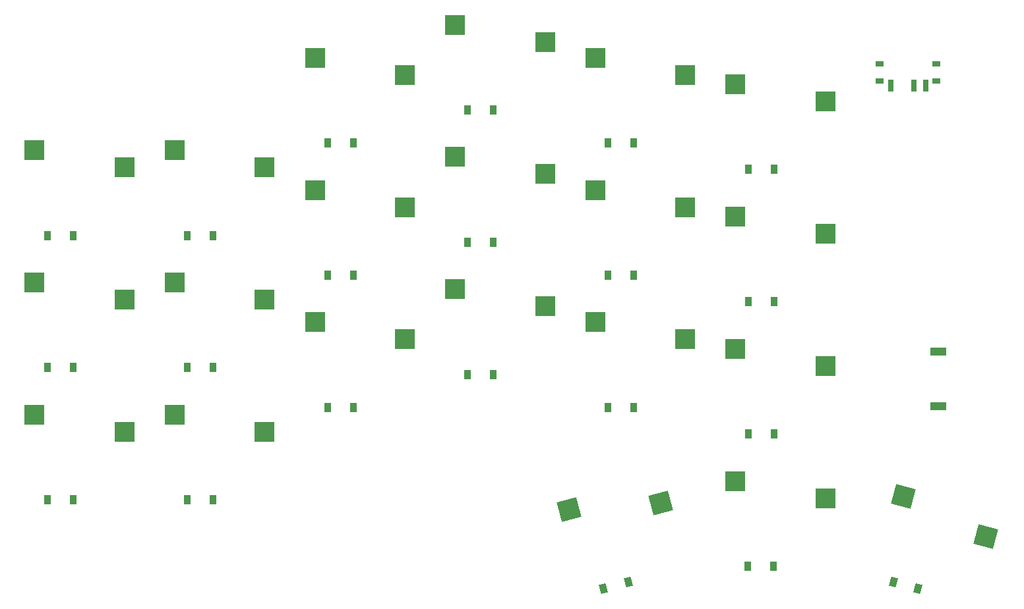
<source format=gbr>
%TF.GenerationSoftware,KiCad,Pcbnew,(6.0.4)*%
%TF.CreationDate,2022-07-03T12:25:36-07:00*%
%TF.ProjectId,danns87_corne_custom,64616e6e-7338-4375-9f63-6f726e655f63,v1.0.0*%
%TF.SameCoordinates,Original*%
%TF.FileFunction,Paste,Bot*%
%TF.FilePolarity,Positive*%
%FSLAX46Y46*%
G04 Gerber Fmt 4.6, Leading zero omitted, Abs format (unit mm)*
G04 Created by KiCad (PCBNEW (6.0.4)) date 2022-07-03 12:25:36*
%MOMM*%
%LPD*%
G01*
G04 APERTURE LIST*
G04 Aperture macros list*
%AMRotRect*
0 Rectangle, with rotation*
0 The origin of the aperture is its center*
0 $1 length*
0 $2 width*
0 $3 Rotation angle, in degrees counterclockwise*
0 Add horizontal line*
21,1,$1,$2,0,0,$3*%
G04 Aperture macros list end*
%ADD10R,0.900000X1.200000*%
%ADD11R,2.600000X2.600000*%
%ADD12R,2.000000X1.000000*%
%ADD13R,1.000000X0.800000*%
%ADD14R,0.700000X1.500000*%
%ADD15RotRect,0.900000X1.200000X345.000000*%
%ADD16RotRect,0.900000X1.200000X15.000000*%
%ADD17RotRect,2.600000X2.600000X345.000000*%
%ADD18RotRect,2.600000X2.600000X15.000000*%
G04 APERTURE END LIST*
D10*
%TO.C,D10*%
X70350000Y11150000D03*
X73650000Y11150000D03*
%TD*%
%TO.C,D9*%
X52350000Y40900000D03*
X55650000Y40900000D03*
%TD*%
%TO.C,D7*%
X52350000Y6900000D03*
X55650000Y6900000D03*
%TD*%
%TO.C,D2*%
X16350000Y12000000D03*
X19650000Y12000000D03*
%TD*%
%TO.C,D16*%
X106350000Y3500000D03*
X109650000Y3500000D03*
%TD*%
D11*
%TO.C,S2*%
X14725000Y22950000D03*
X26275000Y20750000D03*
%TD*%
D10*
%TO.C,D1*%
X16350000Y-5000000D03*
X19650000Y-5000000D03*
%TD*%
%TO.C,D6*%
X34350000Y29000000D03*
X37650000Y29000000D03*
%TD*%
D12*
%TO.C,S22*%
X130810000Y7075000D03*
X130810000Y14075000D03*
%TD*%
D10*
%TO.C,D13*%
X88350000Y6900000D03*
X91650000Y6900000D03*
%TD*%
%TO.C,D4*%
X34350000Y-5000000D03*
X37650000Y-5000000D03*
%TD*%
D11*
%TO.C,S1*%
X14725000Y5950000D03*
X26275000Y3750000D03*
%TD*%
%TO.C,S5*%
X32725000Y22950000D03*
X44275000Y20750000D03*
%TD*%
%TO.C,S15*%
X86725000Y51850000D03*
X98275000Y49650000D03*
%TD*%
D10*
%TO.C,D14*%
X88350000Y23900000D03*
X91650000Y23900000D03*
%TD*%
D11*
%TO.C,S6*%
X32725000Y39950000D03*
X44275000Y37750000D03*
%TD*%
%TO.C,S9*%
X50725000Y51850000D03*
X62275000Y49650000D03*
%TD*%
%TO.C,S8*%
X50725000Y34850000D03*
X62275000Y32650000D03*
%TD*%
D10*
%TO.C,D18*%
X106350000Y37500000D03*
X109650000Y37500000D03*
%TD*%
D11*
%TO.C,S4*%
X32725000Y5950000D03*
X44275000Y3750000D03*
%TD*%
D10*
%TO.C,D8*%
X52350000Y23900000D03*
X55650000Y23900000D03*
%TD*%
D11*
%TO.C,S18*%
X104725000Y48450000D03*
X116275000Y46250000D03*
%TD*%
%TO.C,S13*%
X86725000Y17850000D03*
X98275000Y15650000D03*
%TD*%
D10*
%TO.C,D11*%
X70350000Y28150000D03*
X73650000Y28150000D03*
%TD*%
D11*
%TO.C,S12*%
X68725000Y56100000D03*
X80275000Y53900000D03*
%TD*%
D10*
%TO.C,D3*%
X16350000Y29000000D03*
X19650000Y29000000D03*
%TD*%
%TO.C,D5*%
X34350000Y12000000D03*
X37650000Y12000000D03*
%TD*%
D13*
%TO.C,T1*%
X123240000Y48895000D03*
X123240000Y51105000D03*
X130540000Y51105000D03*
X130540000Y48895000D03*
D14*
X124640000Y48245000D03*
X127640000Y48245000D03*
X129140000Y48245000D03*
%TD*%
D11*
%TO.C,S11*%
X68725000Y39100000D03*
X80275000Y36900000D03*
%TD*%
%TO.C,S10*%
X68725000Y22100000D03*
X80275000Y19900000D03*
%TD*%
D10*
%TO.C,D17*%
X106350000Y20500000D03*
X109650000Y20500000D03*
%TD*%
%TO.C,D20*%
X106336700Y-13541300D03*
X109636700Y-13541300D03*
%TD*%
D15*
%TO.C,D21*%
X124992122Y-15562849D03*
X128179678Y-16416951D03*
%TD*%
D11*
%TO.C,S7*%
X50725000Y17850000D03*
X62275000Y15650000D03*
%TD*%
%TO.C,S17*%
X104725000Y31450000D03*
X116275000Y29250000D03*
%TD*%
D10*
%TO.C,D12*%
X70350000Y45150000D03*
X73650000Y45150000D03*
%TD*%
%TO.C,D15*%
X88350000Y40900000D03*
X91650000Y40900000D03*
%TD*%
D11*
%TO.C,S20*%
X104711700Y-2591300D03*
X116261700Y-4791300D03*
%TD*%
D16*
%TO.C,D19*%
X87793722Y-16416951D03*
X90981278Y-15562849D03*
%TD*%
D17*
%TO.C,S21*%
X126256566Y-4565409D03*
X136843608Y-9679806D03*
%TD*%
D11*
%TO.C,S3*%
X14725000Y39950000D03*
X26275000Y37750000D03*
%TD*%
D18*
%TO.C,S19*%
X83390020Y-6260674D03*
X95115865Y-5396351D03*
%TD*%
D11*
%TO.C,S14*%
X86725000Y34850000D03*
X98275000Y32650000D03*
%TD*%
%TO.C,S16*%
X104725000Y14450000D03*
X116275000Y12250000D03*
%TD*%
M02*

</source>
